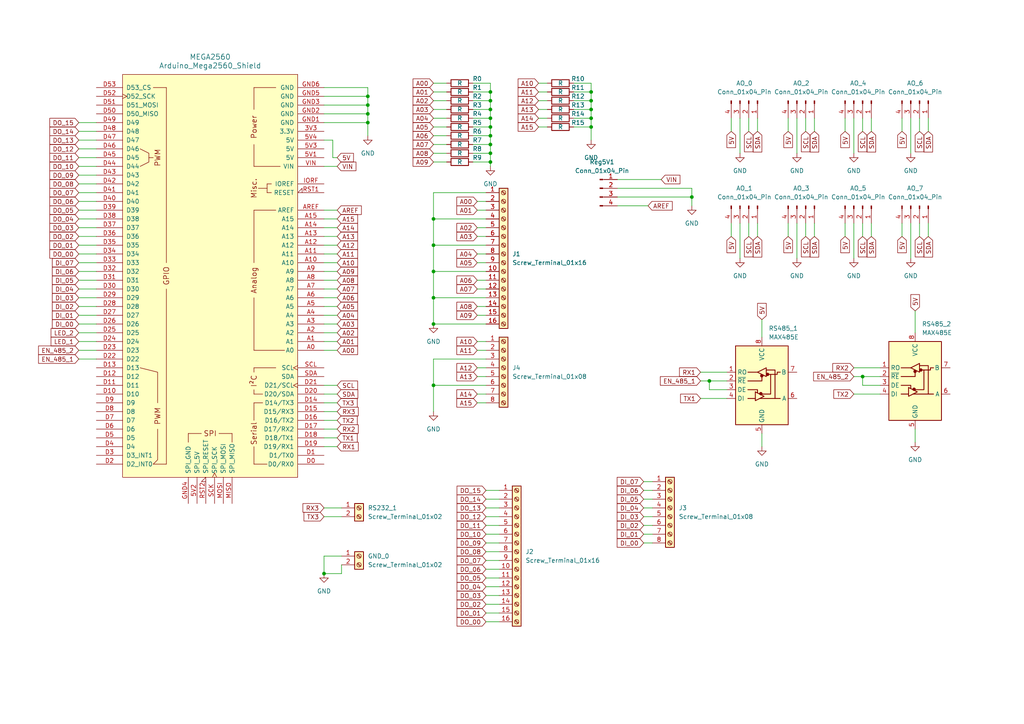
<source format=kicad_sch>
(kicad_sch (version 20230121) (generator eeschema)
  (paper "A4")
  (lib_symbols
    (symbol "Connector:Conn_01x04_Pin" (pin_names (offset 1.016) hide)
      (property "Reference" "J" (at 0 5.08 0))
      (property "Value" "Conn_01x04_Pin" (at 0 -7.62 0))
      (symbol "Conn_01x04_Pin_1_1"
        (pin passive line (at 5.08 2.54 180) (length 3.81) (name "Pin_1") (number "1"))
        (pin passive line (at 5.08 0 180) (length 3.81) (name "Pin_2") (number "2"))
        (pin passive line (at 5.08 -2.54 180) (length 3.81) (name "Pin_3") (number "3"))
        (pin passive line (at 5.08 -5.08 180) (length 3.81) (name "Pin_4") (number "4"))
      )
    )
    (symbol "Connector:Screw_Terminal_01x02" (pin_names (offset 1.016) hide)
      (property "Reference" "J" (at 0 2.54 0))
      (property "Value" "Screw_Terminal_01x02" (at 0 -5.08 0))
      (symbol "Screw_Terminal_01x02_1_1"
        (pin passive line (at -5.08 0 0) (length 3.81) (name "Pin_1") (number "1"))
        (pin passive line (at -5.08 -2.54 0) (length 3.81) (name "Pin_2") (number "2"))
      )
    )
    (symbol "Connector:Screw_Terminal_01x08" (pin_names (offset 1.016) hide)
      (property "Reference" "J" (at 0 10.16 0))
      (property "Value" "Screw_Terminal_01x08" (at 0 -12.7 0))
      (symbol "Screw_Terminal_01x08_1_1"
        (pin passive line (at -5.08 7.62 0) (length 3.81) (name "Pin_1") (number "1"))
        (pin passive line (at -5.08 5.08 0) (length 3.81) (name "Pin_2") (number "2"))
        (pin passive line (at -5.08 2.54 0) (length 3.81) (name "Pin_3") (number "3"))
        (pin passive line (at -5.08 0 0) (length 3.81) (name "Pin_4") (number "4"))
        (pin passive line (at -5.08 -2.54 0) (length 3.81) (name "Pin_5") (number "5"))
        (pin passive line (at -5.08 -5.08 0) (length 3.81) (name "Pin_6") (number "6"))
        (pin passive line (at -5.08 -7.62 0) (length 3.81) (name "Pin_7") (number "7"))
        (pin passive line (at -5.08 -10.16 0) (length 3.81) (name "Pin_8") (number "8"))
      )
    )
    (symbol "Connector:Screw_Terminal_01x16" (pin_names (offset 1.016) hide)
      (property "Reference" "J" (at 0 20.32 0))
      (property "Value" "Screw_Terminal_01x16" (at 0 -22.86 0))
      (symbol "Screw_Terminal_01x16_1_1"
        (pin passive line (at -5.08 17.78 0) (length 3.81) (name "Pin_1") (number "1"))
        (pin passive line (at -5.08 -5.08 0) (length 3.81) (name "Pin_10") (number "10"))
        (pin passive line (at -5.08 -7.62 0) (length 3.81) (name "Pin_11") (number "11"))
        (pin passive line (at -5.08 -10.16 0) (length 3.81) (name "Pin_12") (number "12"))
        (pin passive line (at -5.08 -12.7 0) (length 3.81) (name "Pin_13") (number "13"))
        (pin passive line (at -5.08 -15.24 0) (length 3.81) (name "Pin_14") (number "14"))
        (pin passive line (at -5.08 -17.78 0) (length 3.81) (name "Pin_15") (number "15"))
        (pin passive line (at -5.08 -20.32 0) (length 3.81) (name "Pin_16") (number "16"))
        (pin passive line (at -5.08 15.24 0) (length 3.81) (name "Pin_2") (number "2"))
        (pin passive line (at -5.08 12.7 0) (length 3.81) (name "Pin_3") (number "3"))
        (pin passive line (at -5.08 10.16 0) (length 3.81) (name "Pin_4") (number "4"))
        (pin passive line (at -5.08 7.62 0) (length 3.81) (name "Pin_5") (number "5"))
        (pin passive line (at -5.08 5.08 0) (length 3.81) (name "Pin_6") (number "6"))
        (pin passive line (at -5.08 2.54 0) (length 3.81) (name "Pin_7") (number "7"))
        (pin passive line (at -5.08 0 0) (length 3.81) (name "Pin_8") (number "8"))
        (pin passive line (at -5.08 -2.54 0) (length 3.81) (name "Pin_9") (number "9"))
      )
    )
    (symbol "Device:R" (pin_numbers hide) (pin_names (offset 0))
      (property "Reference" "R" (at 2.032 0 90))
      (property "Value" "R" (at 0 0 90))
      (symbol "R_1_1"
        (pin passive line (at 0 3.81 270) (length 1.27) (name "~") (number "1"))
        (pin passive line (at 0 -3.81 90) (length 1.27) (name "~") (number "2"))
      )
    )
    (symbol "Interface_UART:MAX485E"
      (property "Reference" "U" (at -6.096 11.43 0))
      (property "Value" "MAX485E" (at 0.762 11.43 0))
      (symbol "MAX485E_1_1"
        (pin output line (at -10.16 2.54 0) (length 2.54) (name "RO") (number "1"))
        (pin input line (at -10.16 0 0) (length 2.54) (name "~{RE}") (number "2"))
        (pin input line (at -10.16 -2.54 0) (length 2.54) (name "DE") (number "3"))
        (pin input line (at -10.16 -5.08 0) (length 2.54) (name "DI") (number "4"))
        (pin power_in line (at 0 -15.24 90) (length 2.54) (name "GND") (number "5"))
        (pin bidirectional line (at 10.16 -5.08 180) (length 2.54) (name "A") (number "6"))
        (pin bidirectional line (at 10.16 2.54 180) (length 2.54) (name "B") (number "7"))
        (pin power_in line (at 0 12.7 270) (length 2.54) (name "VCC") (number "8"))
      )
    )
    (symbol "PCM_arduino-library:Arduino_Mega2560_Shield" (pin_names (offset 1.016))
      (property "Reference" "XA" (at 0 -62.23 0))
      (property "Value" "Arduino_Mega2560_Shield" (at 0 -66.04 0))
      (symbol "Arduino_Mega2560_Shield_0_0"
        (text "Analog" (at -12.7 1.27 900) (effects (font (size 1.524 1.524))))
        (text "I²C" (at -12.7 30.48 900) (effects (font (size 1.524 1.524))))
        (text "Misc." (at -12.7 -25.4 900) (effects (font (size 1.524 1.524))))
        (text "Power" (at -12.7 -43.18 900) (effects (font (size 1.524 1.524))))
        (text "PWM" (at 15.24 -34.29 900) (effects (font (size 1.524 1.524))))
        (text "PWM" (at 15.24 40.64 900) (effects (font (size 1.524 1.524))))
        (text "Serial" (at -12.7 45.72 900) (effects (font (size 1.524 1.524))))
        (text "SPI" (at 0 45.72 0) (effects (font (size 1.524 1.524))))
      )
      (symbol "Arduino_Mega2560_Shield_1_0"
        (text "GPIO" (at 12.7 0 900) (effects (font (size 1.524 1.524))))
      )
      (symbol "Arduino_Mega2560_Shield_1_1"
        (pin power_out line (at -33.02 -41.91 0) (length 7.62) (name "3.3V") (number "3V3"))
        (pin power_in line (at -33.02 -34.29 0) (length 7.62) (name "5V") (number "5V1"))
        (pin power_in line (at 3.81 66.04 270) (length 7.62) (name "SPI_5V") (number "5V2"))
        (pin power_in line (at -33.02 -36.83 0) (length 7.62) (name "5V") (number "5V3"))
        (pin power_in line (at -33.02 -39.37 0) (length 7.62) (name "5V") (number "5V4"))
        (pin bidirectional line (at -33.02 21.59 0) (length 7.62) (name "A0") (number "A0"))
        (pin bidirectional line (at -33.02 19.05 0) (length 7.62) (name "A1") (number "A1"))
        (pin bidirectional line (at -33.02 -3.81 0) (length 7.62) (name "A10") (number "A10"))
        (pin bidirectional line (at -33.02 -6.35 0) (length 7.62) (name "A11") (number "A11"))
        (pin bidirectional line (at -33.02 -8.89 0) (length 7.62) (name "A12") (number "A12"))
        (pin bidirectional line (at -33.02 -11.43 0) (length 7.62) (name "A13") (number "A13"))
        (pin bidirectional line (at -33.02 -13.97 0) (length 7.62) (name "A14") (number "A14"))
        (pin bidirectional line (at -33.02 -16.51 0) (length 7.62) (name "A15") (number "A15"))
        (pin bidirectional line (at -33.02 16.51 0) (length 7.62) (name "A2") (number "A2"))
        (pin bidirectional line (at -33.02 13.97 0) (length 7.62) (name "A3") (number "A3"))
        (pin bidirectional line (at -33.02 11.43 0) (length 7.62) (name "A4") (number "A4"))
        (pin bidirectional line (at -33.02 8.89 0) (length 7.62) (name "A5") (number "A5"))
        (pin bidirectional line (at -33.02 6.35 0) (length 7.62) (name "A6") (number "A6"))
        (pin bidirectional line (at -33.02 3.81 0) (length 7.62) (name "A7") (number "A7"))
        (pin bidirectional line (at -33.02 1.27 0) (length 7.62) (name "A8") (number "A8"))
        (pin bidirectional line (at -33.02 -1.27 0) (length 7.62) (name "A9") (number "A9"))
        (pin input line (at -33.02 -19.05 0) (length 7.62) (name "AREF") (number "AREF"))
        (pin bidirectional line (at -33.02 54.61 0) (length 7.62) (name "D0/RX0") (number "D0"))
        (pin bidirectional line (at -33.02 52.07 0) (length 7.62) (name "D1/TX0") (number "D1"))
        (pin bidirectional line (at 33.02 34.29 180) (length 7.62) (name "D10") (number "D10"))
        (pin bidirectional line (at 33.02 31.75 180) (length 7.62) (name "D11") (number "D11"))
        (pin bidirectional line (at 33.02 29.21 180) (length 7.62) (name "D12") (number "D12"))
        (pin bidirectional line (at 33.02 26.67 180) (length 7.62) (name "D13") (number "D13"))
        (pin bidirectional line (at -33.02 36.83 0) (length 7.62) (name "D14/TX3") (number "D14"))
        (pin bidirectional line (at -33.02 39.37 0) (length 7.62) (name "D15/RX3") (number "D15"))
        (pin bidirectional line (at -33.02 41.91 0) (length 7.62) (name "D16/TX2") (number "D16"))
        (pin bidirectional line (at -33.02 44.45 0) (length 7.62) (name "D17/RX2") (number "D17"))
        (pin bidirectional line (at -33.02 46.99 0) (length 7.62) (name "D18/TX1") (number "D18"))
        (pin bidirectional line (at -33.02 49.53 0) (length 7.62) (name "D19/RX1") (number "D19"))
        (pin bidirectional line (at 33.02 54.61 180) (length 7.62) (name "D2_INT0") (number "D2"))
        (pin bidirectional line (at -33.02 34.29 0) (length 7.62) (name "D20/SDA") (number "D20"))
        (pin bidirectional clock (at -33.02 31.75 0) (length 7.62) (name "D21/SCL") (number "D21"))
        (pin bidirectional line (at 33.02 24.13 180) (length 7.62) (name "D22") (number "D22"))
        (pin bidirectional line (at 33.02 21.59 180) (length 7.62) (name "D23") (number "D23"))
        (pin bidirectional line (at 33.02 19.05 180) (length 7.62) (name "D24") (number "D24"))
        (pin bidirectional line (at 33.02 16.51 180) (length 7.62) (name "D25") (number "D25"))
        (pin bidirectional line (at 33.02 13.97 180) (length 7.62) (name "D26") (number "D26"))
        (pin bidirectional line (at 33.02 11.43 180) (length 7.62) (name "D27") (number "D27"))
        (pin bidirectional line (at 33.02 8.89 180) (length 7.62) (name "D28") (number "D28"))
        (pin bidirectional line (at 33.02 6.35 180) (length 7.62) (name "D29") (number "D29"))
        (pin bidirectional line (at 33.02 52.07 180) (length 7.62) (name "D3_INT1") (number "D3"))
        (pin bidirectional line (at 33.02 3.81 180) (length 7.62) (name "D30") (number "D30"))
        (pin bidirectional line (at 33.02 1.27 180) (length 7.62) (name "D31") (number "D31"))
        (pin bidirectional line (at 33.02 -1.27 180) (length 7.62) (name "D32") (number "D32"))
        (pin bidirectional line (at 33.02 -3.81 180) (length 7.62) (name "D33") (number "D33"))
        (pin bidirectional line (at 33.02 -6.35 180) (length 7.62) (name "D34") (number "D34"))
        (pin bidirectional line (at 33.02 -8.89 180) (length 7.62) (name "D35") (number "D35"))
        (pin bidirectional line (at 33.02 -11.43 180) (length 7.62) (name "D36") (number "D36"))
        (pin bidirectional line (at 33.02 -13.97 180) (length 7.62) (name "D37") (number "D37"))
        (pin bidirectional line (at 33.02 -16.51 180) (length 7.62) (name "D38") (number "D38"))
        (pin bidirectional line (at 33.02 -19.05 180) (length 7.62) (name "D39") (number "D39"))
        (pin bidirectional line (at 33.02 49.53 180) (length 7.62) (name "D4") (number "D4"))
        (pin bidirectional line (at 33.02 -21.59 180) (length 7.62) (name "D40") (number "D40"))
        (pin bidirectional line (at 33.02 -24.13 180) (length 7.62) (name "D41") (number "D41"))
        (pin bidirectional line (at 33.02 -26.67 180) (length 7.62) (name "D42") (number "D42"))
        (pin bidirectional line (at 33.02 -29.21 180) (length 7.62) (name "D43") (number "D43"))
        (pin bidirectional line (at 33.02 -31.75 180) (length 7.62) (name "D44") (number "D44"))
        (pin bidirectional line (at 33.02 -34.29 180) (length 7.62) (name "D45") (number "D45"))
        (pin bidirectional line (at 33.02 -36.83 180) (length 7.62) (name "D46") (number "D46"))
        (pin bidirectional line (at 33.02 -39.37 180) (length 7.62) (name "D47") (number "D47"))
        (pin bidirectional line (at 33.02 -41.91 180) (length 7.62) (name "D48") (number "D48"))
        (pin bidirectional line (at 33.02 -44.45 180) (length 7.62) (name "D49") (number "D49"))
        (pin bidirectional line (at 33.02 46.99 180) (length 7.62) (name "D5") (number "D5"))
        (pin bidirectional line (at 33.02 -46.99 180) (length 7.62) (name "D50_MISO") (number "D50"))
        (pin bidirectional line (at 33.02 -49.53 180) (length 7.62) (name "D51_MOSI") (number "D51"))
        (pin bidirectional clock (at 33.02 -52.07 180) (length 7.62) (name "D52_SCK") (number "D52"))
        (pin bidirectional line (at 33.02 -54.61 180) (length 7.62) (name "D53_CS") (number "D53"))
        (pin bidirectional line (at 33.02 44.45 180) (length 7.62) (name "D6") (number "D6"))
        (pin bidirectional line (at 33.02 41.91 180) (length 7.62) (name "D7") (number "D7"))
        (pin bidirectional line (at 33.02 39.37 180) (length 7.62) (name "D8") (number "D8"))
        (pin bidirectional line (at 33.02 36.83 180) (length 7.62) (name "D9") (number "D9"))
        (pin power_in line (at -33.02 -44.45 0) (length 7.62) (name "GND") (number "GND1"))
        (pin power_in line (at -33.02 -46.99 0) (length 7.62) (name "GND") (number "GND2"))
        (pin power_in line (at -33.02 -49.53 0) (length 7.62) (name "GND") (number "GND3"))
        (pin power_in line (at 6.35 66.04 270) (length 7.62) (name "SPI_GND") (number "GND4"))
        (pin power_in line (at -33.02 -52.07 0) (length 7.62) (name "GND") (number "GND5"))
        (pin power_in line (at -33.02 -54.61 0) (length 7.62) (name "GND") (number "GND6"))
        (pin output line (at -33.02 -26.67 0) (length 7.62) (name "IOREF") (number "IORF"))
        (pin input line (at -6.35 66.04 270) (length 7.62) (name "SPI_MISO") (number "MISO"))
        (pin output line (at -3.81 66.04 270) (length 7.62) (name "SPI_MOSI") (number "MOSI"))
        (pin open_collector input_low (at -33.02 -24.13 0) (length 7.62) (name "RESET") (number "RST1"))
        (pin open_collector input_low (at 1.27 66.04 270) (length 7.62) (name "SPI_RESET") (number "RST2"))
        (pin output clock (at -1.27 66.04 270) (length 7.62) (name "SPI_SCK") (number "SCK"))
        (pin bidirectional clock (at -33.02 26.67 0) (length 7.62) (name "SCL") (number "SCL"))
        (pin bidirectional line (at -33.02 29.21 0) (length 7.62) (name "SDA") (number "SDA"))
        (pin power_in line (at -33.02 -31.75 0) (length 7.62) (name "VIN") (number "VIN"))
      )
    )
    (symbol "power:GND" (power) (pin_names (offset 0))
      (property "Value" "GND" (at 0 -3.81 0))
      (symbol "GND_1_1"
        (pin power_in line (at 0 0 270) (length 0) hide (name "GND") (number "1"))
      )
    )
  )
  (junction (at 106.68 27.94))
  (junction (at 171.45 34.29))
  (junction (at 106.68 35.56))
  (junction (at 142.24 46.99))
  (junction (at 125.73 111.76))
  (junction (at 250.19 109.22))
  (junction (at 106.68 33.02))
  (junction (at 171.45 26.67))
  (junction (at 125.73 86.36))
  (junction (at 142.24 39.37))
  (junction (at 125.73 71.12))
  (junction (at 142.24 44.45))
  (junction (at 171.45 31.75))
  (junction (at 125.73 63.5))
  (junction (at 125.73 78.74))
  (junction (at 125.73 93.98))
  (junction (at 142.24 26.67))
  (junction (at 106.68 30.48))
  (junction (at 93.98 166.37))
  (junction (at 142.24 29.21))
  (junction (at 200.66 57.15))
  (junction (at 142.24 34.29))
  (junction (at 205.74 110.49))
  (junction (at 171.45 36.83))
  (junction (at 142.24 36.83))
  (junction (at 142.24 31.75))
  (junction (at 171.45 29.21))
  (junction (at 142.24 41.91))
  (wire (pts (xy 93.98 33.02) (xy 106.68 33.02)))
  (wire (pts (xy 186.69 142.24) (xy 189.23 142.24)))
  (wire (pts (xy 140.97 165.1) (xy 144.78 165.1)))
  (wire (pts (xy 93.98 161.29) (xy 93.98 166.37)))
  (wire (pts (xy 93.98 83.82) (xy 97.79 83.82)))
  (wire (pts (xy 137.16 31.75) (xy 142.24 31.75)))
  (wire (pts (xy 22.86 91.44) (xy 27.94 91.44)))
  (wire (pts (xy 220.98 92.71) (xy 220.98 97.79)))
  (wire (pts (xy 93.98 147.32) (xy 99.06 147.32)))
  (wire (pts (xy 138.43 68.58) (xy 140.97 68.58)))
  (wire (pts (xy 125.73 29.21) (xy 129.54 29.21)))
  (wire (pts (xy 22.86 104.14) (xy 27.94 104.14)))
  (wire (pts (xy 171.45 24.13) (xy 171.45 26.67)))
  (wire (pts (xy 22.86 60.96) (xy 27.94 60.96)))
  (wire (pts (xy 186.69 144.78) (xy 189.23 144.78)))
  (wire (pts (xy 166.37 26.67) (xy 171.45 26.67)))
  (wire (pts (xy 247.65 106.68) (xy 255.27 106.68)))
  (wire (pts (xy 210.82 113.03) (xy 205.74 113.03)))
  (wire (pts (xy 219.71 34.29) (xy 219.71 38.1)))
  (wire (pts (xy 250.19 34.29) (xy 250.19 38.1)))
  (wire (pts (xy 203.2 110.49) (xy 205.74 110.49)))
  (wire (pts (xy 138.43 58.42) (xy 140.97 58.42)))
  (wire (pts (xy 93.98 129.54) (xy 97.79 129.54)))
  (wire (pts (xy 137.16 46.99) (xy 142.24 46.99)))
  (wire (pts (xy 93.98 68.58) (xy 97.79 68.58)))
  (wire (pts (xy 93.98 166.37) (xy 99.06 166.37)))
  (wire (pts (xy 203.2 115.57) (xy 210.82 115.57)))
  (wire (pts (xy 137.16 34.29) (xy 142.24 34.29)))
  (wire (pts (xy 106.68 33.02) (xy 106.68 35.56)))
  (wire (pts (xy 214.63 64.77) (xy 214.63 74.93)))
  (wire (pts (xy 137.16 24.13) (xy 142.24 24.13)))
  (wire (pts (xy 228.6 34.29) (xy 228.6 38.1)))
  (wire (pts (xy 137.16 36.83) (xy 142.24 36.83)))
  (wire (pts (xy 255.27 111.76) (xy 250.19 111.76)))
  (wire (pts (xy 261.62 64.77) (xy 261.62 68.58)))
  (wire (pts (xy 140.97 111.76) (xy 125.73 111.76)))
  (wire (pts (xy 138.43 66.04) (xy 140.97 66.04)))
  (wire (pts (xy 93.98 81.28) (xy 97.79 81.28)))
  (wire (pts (xy 228.6 64.77) (xy 228.6 68.58)))
  (wire (pts (xy 22.86 86.36) (xy 27.94 86.36)))
  (wire (pts (xy 106.68 25.4) (xy 106.68 27.94)))
  (wire (pts (xy 96.52 45.72) (xy 97.79 45.72)))
  (wire (pts (xy 22.86 35.56) (xy 27.94 35.56)))
  (wire (pts (xy 125.73 55.88) (xy 125.73 63.5)))
  (wire (pts (xy 171.45 29.21) (xy 171.45 31.75)))
  (wire (pts (xy 171.45 36.83) (xy 171.45 40.64)))
  (wire (pts (xy 140.97 63.5) (xy 125.73 63.5)))
  (wire (pts (xy 93.98 116.84) (xy 97.79 116.84)))
  (wire (pts (xy 140.97 175.26) (xy 144.78 175.26)))
  (wire (pts (xy 265.43 124.46) (xy 265.43 128.27)))
  (wire (pts (xy 191.77 52.07) (xy 179.07 52.07)))
  (wire (pts (xy 245.11 64.77) (xy 245.11 68.58)))
  (wire (pts (xy 93.98 127) (xy 97.79 127)))
  (wire (pts (xy 140.97 170.18) (xy 144.78 170.18)))
  (wire (pts (xy 156.21 24.13) (xy 158.75 24.13)))
  (wire (pts (xy 156.21 29.21) (xy 158.75 29.21)))
  (wire (pts (xy 22.86 38.1) (xy 27.94 38.1)))
  (wire (pts (xy 166.37 24.13) (xy 171.45 24.13)))
  (wire (pts (xy 93.98 78.74) (xy 97.79 78.74)))
  (wire (pts (xy 99.06 161.29) (xy 93.98 161.29)))
  (wire (pts (xy 125.73 39.37) (xy 129.54 39.37)))
  (wire (pts (xy 106.68 27.94) (xy 106.68 30.48)))
  (wire (pts (xy 156.21 31.75) (xy 158.75 31.75)))
  (wire (pts (xy 142.24 26.67) (xy 142.24 29.21)))
  (wire (pts (xy 137.16 26.67) (xy 142.24 26.67)))
  (wire (pts (xy 22.86 78.74) (xy 27.94 78.74)))
  (wire (pts (xy 93.98 63.5) (xy 97.79 63.5)))
  (wire (pts (xy 125.73 71.12) (xy 125.73 78.74)))
  (wire (pts (xy 179.07 59.69) (xy 187.96 59.69)))
  (wire (pts (xy 250.19 64.77) (xy 250.19 68.58)))
  (wire (pts (xy 138.43 60.96) (xy 140.97 60.96)))
  (wire (pts (xy 217.17 34.29) (xy 217.17 38.1)))
  (wire (pts (xy 140.97 154.94) (xy 144.78 154.94)))
  (wire (pts (xy 140.97 172.72) (xy 144.78 172.72)))
  (wire (pts (xy 171.45 34.29) (xy 171.45 36.83)))
  (wire (pts (xy 255.27 109.22) (xy 250.19 109.22)))
  (wire (pts (xy 137.16 29.21) (xy 142.24 29.21)))
  (wire (pts (xy 261.62 34.29) (xy 261.62 38.1)))
  (wire (pts (xy 22.86 55.88) (xy 27.94 55.88)))
  (wire (pts (xy 266.7 34.29) (xy 266.7 38.1)))
  (wire (pts (xy 125.73 111.76) (xy 125.73 119.38)))
  (wire (pts (xy 217.17 64.77) (xy 217.17 68.58)))
  (wire (pts (xy 22.86 88.9) (xy 27.94 88.9)))
  (wire (pts (xy 212.09 64.77) (xy 212.09 68.58)))
  (wire (pts (xy 93.98 101.6) (xy 97.79 101.6)))
  (wire (pts (xy 22.86 48.26) (xy 27.94 48.26)))
  (wire (pts (xy 93.98 86.36) (xy 97.79 86.36)))
  (wire (pts (xy 125.73 78.74) (xy 125.73 86.36)))
  (wire (pts (xy 93.98 27.94) (xy 106.68 27.94)))
  (wire (pts (xy 138.43 99.06) (xy 140.97 99.06)))
  (wire (pts (xy 166.37 29.21) (xy 171.45 29.21)))
  (wire (pts (xy 138.43 76.2) (xy 140.97 76.2)))
  (wire (pts (xy 22.86 73.66) (xy 27.94 73.66)))
  (wire (pts (xy 125.73 63.5) (xy 125.73 71.12)))
  (wire (pts (xy 220.98 125.73) (xy 220.98 129.54)))
  (wire (pts (xy 264.16 34.29) (xy 264.16 44.45)))
  (wire (pts (xy 233.68 64.77) (xy 233.68 68.58)))
  (wire (pts (xy 171.45 26.67) (xy 171.45 29.21)))
  (wire (pts (xy 125.73 104.14) (xy 125.73 111.76)))
  (wire (pts (xy 125.73 46.99) (xy 129.54 46.99)))
  (wire (pts (xy 93.98 96.52) (xy 97.79 96.52)))
  (wire (pts (xy 142.24 46.99) (xy 142.24 48.26)))
  (wire (pts (xy 142.24 34.29) (xy 142.24 36.83)))
  (wire (pts (xy 125.73 36.83) (xy 129.54 36.83)))
  (wire (pts (xy 140.97 167.64) (xy 144.78 167.64)))
  (wire (pts (xy 250.19 111.76) (xy 250.19 109.22)))
  (wire (pts (xy 22.86 71.12) (xy 27.94 71.12)))
  (wire (pts (xy 140.97 149.86) (xy 144.78 149.86)))
  (wire (pts (xy 138.43 73.66) (xy 140.97 73.66)))
  (wire (pts (xy 93.98 91.44) (xy 97.79 91.44)))
  (wire (pts (xy 142.24 41.91) (xy 142.24 44.45)))
  (wire (pts (xy 22.86 68.58) (xy 27.94 68.58)))
  (wire (pts (xy 166.37 31.75) (xy 171.45 31.75)))
  (wire (pts (xy 22.86 40.64) (xy 27.94 40.64)))
  (wire (pts (xy 265.43 90.17) (xy 265.43 96.52)))
  (wire (pts (xy 22.86 43.18) (xy 27.94 43.18)))
  (wire (pts (xy 125.73 26.67) (xy 129.54 26.67)))
  (wire (pts (xy 125.73 86.36) (xy 125.73 93.98)))
  (wire (pts (xy 138.43 88.9) (xy 140.97 88.9)))
  (wire (pts (xy 125.73 41.91) (xy 129.54 41.91)))
  (wire (pts (xy 212.09 34.29) (xy 212.09 38.1)))
  (wire (pts (xy 93.98 149.86) (xy 99.06 149.86)))
  (wire (pts (xy 22.86 76.2) (xy 27.94 76.2)))
  (wire (pts (xy 205.74 113.03) (xy 205.74 110.49)))
  (wire (pts (xy 140.97 147.32) (xy 144.78 147.32)))
  (wire (pts (xy 137.16 41.91) (xy 142.24 41.91)))
  (wire (pts (xy 142.24 31.75) (xy 142.24 34.29)))
  (wire (pts (xy 140.97 157.48) (xy 144.78 157.48)))
  (wire (pts (xy 247.65 34.29) (xy 247.65 44.45)))
  (wire (pts (xy 138.43 114.3) (xy 140.97 114.3)))
  (wire (pts (xy 142.24 29.21) (xy 142.24 31.75)))
  (wire (pts (xy 138.43 106.68) (xy 140.97 106.68)))
  (wire (pts (xy 236.22 64.77) (xy 236.22 68.58)))
  (wire (pts (xy 166.37 36.83) (xy 171.45 36.83)))
  (wire (pts (xy 186.69 157.48) (xy 189.23 157.48)))
  (wire (pts (xy 22.86 101.6) (xy 27.94 101.6)))
  (wire (pts (xy 179.07 54.61) (xy 200.66 54.61)))
  (wire (pts (xy 186.69 149.86) (xy 189.23 149.86)))
  (wire (pts (xy 264.16 64.77) (xy 264.16 74.93)))
  (wire (pts (xy 93.98 76.2) (xy 97.79 76.2)))
  (wire (pts (xy 247.65 64.77) (xy 247.65 74.93)))
  (wire (pts (xy 140.97 144.78) (xy 144.78 144.78)))
  (wire (pts (xy 137.16 44.45) (xy 142.24 44.45)))
  (wire (pts (xy 125.73 31.75) (xy 129.54 31.75)))
  (wire (pts (xy 179.07 57.15) (xy 200.66 57.15)))
  (wire (pts (xy 142.24 44.45) (xy 142.24 46.99)))
  (wire (pts (xy 203.2 107.95) (xy 210.82 107.95)))
  (wire (pts (xy 140.97 152.4) (xy 144.78 152.4)))
  (wire (pts (xy 106.68 35.56) (xy 106.68 39.37)))
  (wire (pts (xy 93.98 119.38) (xy 97.79 119.38)))
  (wire (pts (xy 22.86 81.28) (xy 27.94 81.28)))
  (wire (pts (xy 252.73 34.29) (xy 252.73 38.1)))
  (wire (pts (xy 166.37 34.29) (xy 171.45 34.29)))
  (wire (pts (xy 93.98 30.48) (xy 106.68 30.48)))
  (wire (pts (xy 106.68 30.48) (xy 106.68 33.02)))
  (wire (pts (xy 138.43 91.44) (xy 140.97 91.44)))
  (wire (pts (xy 93.98 35.56) (xy 106.68 35.56)))
  (wire (pts (xy 269.24 64.77) (xy 269.24 68.58)))
  (wire (pts (xy 236.22 34.29) (xy 236.22 38.1)))
  (wire (pts (xy 247.65 109.22) (xy 250.19 109.22)))
  (wire (pts (xy 142.24 24.13) (xy 142.24 26.67)))
  (wire (pts (xy 138.43 116.84) (xy 140.97 116.84)))
  (wire (pts (xy 252.73 64.77) (xy 252.73 68.58)))
  (wire (pts (xy 156.21 26.67) (xy 158.75 26.67)))
  (wire (pts (xy 93.98 40.64) (xy 96.52 40.64)))
  (wire (pts (xy 231.14 64.77) (xy 231.14 74.93)))
  (wire (pts (xy 93.98 25.4) (xy 106.68 25.4)))
  (wire (pts (xy 137.16 39.37) (xy 142.24 39.37)))
  (wire (pts (xy 22.86 93.98) (xy 27.94 93.98)))
  (wire (pts (xy 93.98 66.04) (xy 97.79 66.04)))
  (wire (pts (xy 93.98 99.06) (xy 97.79 99.06)))
  (wire (pts (xy 138.43 83.82) (xy 140.97 83.82)))
  (wire (pts (xy 93.98 121.92) (xy 97.79 121.92)))
  (wire (pts (xy 138.43 81.28) (xy 140.97 81.28)))
  (wire (pts (xy 214.63 34.29) (xy 214.63 44.45)))
  (wire (pts (xy 93.98 124.46) (xy 97.79 124.46)))
  (wire (pts (xy 142.24 36.83) (xy 142.24 39.37)))
  (wire (pts (xy 140.97 86.36) (xy 125.73 86.36)))
  (wire (pts (xy 186.69 152.4) (xy 189.23 152.4)))
  (wire (pts (xy 93.98 88.9) (xy 97.79 88.9)))
  (wire (pts (xy 93.98 93.98) (xy 97.79 93.98)))
  (wire (pts (xy 140.97 142.24) (xy 144.78 142.24)))
  (wire (pts (xy 200.66 57.15) (xy 200.66 59.69)))
  (wire (pts (xy 171.45 31.75) (xy 171.45 34.29)))
  (wire (pts (xy 140.97 71.12) (xy 125.73 71.12)))
  (wire (pts (xy 93.98 111.76) (xy 97.79 111.76)))
  (wire (pts (xy 140.97 55.88) (xy 125.73 55.88)))
  (wire (pts (xy 22.86 66.04) (xy 27.94 66.04)))
  (wire (pts (xy 125.73 44.45) (xy 129.54 44.45)))
  (wire (pts (xy 140.97 160.02) (xy 144.78 160.02)))
  (wire (pts (xy 247.65 114.3) (xy 255.27 114.3)))
  (wire (pts (xy 93.98 48.26) (xy 97.79 48.26)))
  (wire (pts (xy 156.21 36.83) (xy 158.75 36.83)))
  (wire (pts (xy 142.24 39.37) (xy 142.24 41.91)))
  (wire (pts (xy 125.73 34.29) (xy 129.54 34.29)))
  (wire (pts (xy 22.86 50.8) (xy 27.94 50.8)))
  (wire (pts (xy 140.97 177.8) (xy 144.78 177.8)))
  (wire (pts (xy 233.68 34.29) (xy 233.68 38.1)))
  (wire (pts (xy 93.98 60.96) (xy 97.79 60.96)))
  (wire (pts (xy 125.73 93.98) (xy 140.97 93.98)))
  (wire (pts (xy 22.86 58.42) (xy 27.94 58.42)))
  (wire (pts (xy 186.69 147.32) (xy 189.23 147.32)))
  (wire (pts (xy 22.86 53.34) (xy 27.94 53.34)))
  (wire (pts (xy 22.86 45.72) (xy 27.94 45.72)))
  (wire (pts (xy 231.14 34.29) (xy 231.14 44.45)))
  (wire (pts (xy 93.98 114.3) (xy 97.79 114.3)))
  (wire (pts (xy 22.86 99.06) (xy 27.94 99.06)))
  (wire (pts (xy 22.86 63.5) (xy 27.94 63.5)))
  (wire (pts (xy 269.24 34.29) (xy 269.24 38.1)))
  (wire (pts (xy 125.73 24.13) (xy 129.54 24.13)))
  (wire (pts (xy 93.98 71.12) (xy 97.79 71.12)))
  (wire (pts (xy 99.06 166.37) (xy 99.06 163.83)))
  (wire (pts (xy 156.21 34.29) (xy 158.75 34.29)))
  (wire (pts (xy 186.69 139.7) (xy 189.23 139.7)))
  (wire (pts (xy 138.43 101.6) (xy 140.97 101.6)))
  (wire (pts (xy 140.97 104.14) (xy 125.73 104.14)))
  (wire (pts (xy 205.74 110.49) (xy 210.82 110.49)))
  (wire (pts (xy 22.86 96.52) (xy 27.94 96.52)))
  (wire (pts (xy 96.52 40.64) (xy 96.52 45.72)))
  (wire (pts (xy 245.11 34.29) (xy 245.11 38.1)))
  (wire (pts (xy 266.7 64.77) (xy 266.7 68.58)))
  (wire (pts (xy 140.97 162.56) (xy 144.78 162.56)))
  (wire (pts (xy 219.71 64.77) (xy 219.71 68.58)))
  (wire (pts (xy 140.97 180.34) (xy 144.78 180.34)))
  (wire (pts (xy 200.66 54.61) (xy 200.66 57.15)))
  (wire (pts (xy 22.86 83.82) (xy 27.94 83.82)))
  (wire (pts (xy 140.97 78.74) (xy 125.73 78.74)))
  (wire (pts (xy 138.43 109.22) (xy 140.97 109.22)))
  (wire (pts (xy 186.69 154.94) (xy 189.23 154.94)))
  (wire (pts (xy 93.98 73.66) (xy 97.79 73.66)))
  (global_label "RX1" (shape input) (at 203.2 107.95 180) (property "Intersheetrefs" "${INTERSHEET_REFS}" (effects hide)))
  (global_label "A10" (shape input) (at 97.79 76.2 0) (property "Intersheetrefs" "${INTERSHEET_REFS}" (effects hide)))
  (global_label "DO_10" (shape input) (at 140.97 154.94 180) (property "Intersheetrefs" "${INTERSHEET_REFS}" (effects hide)))
  (global_label "SCL" (shape input) (at 233.68 68.58 270) (property "Intersheetrefs" "${INTERSHEET_REFS}" (effects hide)))
  (global_label "DO_07" (shape input) (at 22.86 55.88 180) (property "Intersheetrefs" "${INTERSHEET_REFS}" (effects hide)))
  (global_label "SDA" (shape input) (at 252.73 38.1 270) (property "Intersheetrefs" "${INTERSHEET_REFS}" (effects hide)))
  (global_label "A11" (shape input) (at 138.43 101.6 180) (property "Intersheetrefs" "${INTERSHEET_REFS}" (effects hide)))
  (global_label "DI_06" (shape input) (at 22.86 78.74 180) (property "Intersheetrefs" "${INTERSHEET_REFS}" (effects hide)))
  (global_label "DO_15" (shape input) (at 140.97 142.24 180) (property "Intersheetrefs" "${INTERSHEET_REFS}" (effects hide)))
  (global_label "VIN" (shape input) (at 191.77 52.07 0) (property "Intersheetrefs" "${INTERSHEET_REFS}" (effects hide)))
  (global_label "DI_04" (shape input) (at 22.86 83.82 180) (property "Intersheetrefs" "${INTERSHEET_REFS}" (effects hide)))
  (global_label "A02" (shape input) (at 97.79 96.52 0) (property "Intersheetrefs" "${INTERSHEET_REFS}" (effects hide)))
  (global_label "A08" (shape input) (at 138.43 88.9 180) (property "Intersheetrefs" "${INTERSHEET_REFS}" (effects hide)))
  (global_label "AREF" (shape input) (at 187.96 59.69 0) (property "Intersheetrefs" "${INTERSHEET_REFS}" (effects hide)))
  (global_label "SCL" (shape input) (at 250.19 68.58 270) (property "Intersheetrefs" "${INTERSHEET_REFS}" (effects hide)))
  (global_label "TX1" (shape input) (at 203.2 115.57 180) (property "Intersheetrefs" "${INTERSHEET_REFS}" (effects hide)))
  (global_label "5V" (shape input) (at 212.09 38.1 270) (property "Intersheetrefs" "${INTERSHEET_REFS}" (effects hide)))
  (global_label "A07" (shape input) (at 138.43 83.82 180) (property "Intersheetrefs" "${INTERSHEET_REFS}" (effects hide)))
  (global_label "A07" (shape input) (at 97.79 83.82 0) (property "Intersheetrefs" "${INTERSHEET_REFS}" (effects hide)))
  (global_label "A13" (shape input) (at 156.21 31.75 180) (property "Intersheetrefs" "${INTERSHEET_REFS}" (effects hide)))
  (global_label "A14" (shape input) (at 138.43 114.3 180) (property "Intersheetrefs" "${INTERSHEET_REFS}" (effects hide)))
  (global_label "TX2" (shape input) (at 97.79 121.92 0) (property "Intersheetrefs" "${INTERSHEET_REFS}" (effects hide)))
  (global_label "DO_08" (shape input) (at 22.86 53.34 180) (property "Intersheetrefs" "${INTERSHEET_REFS}" (effects hide)))
  (global_label "A08" (shape input) (at 97.79 81.28 0) (property "Intersheetrefs" "${INTERSHEET_REFS}" (effects hide)))
  (global_label "DI_01" (shape input) (at 22.86 91.44 180) (property "Intersheetrefs" "${INTERSHEET_REFS}" (effects hide)))
  (global_label "DI_02" (shape input) (at 186.69 152.4 180) (property "Intersheetrefs" "${INTERSHEET_REFS}" (effects hide)))
  (global_label "DO_07" (shape input) (at 140.97 162.56 180) (property "Intersheetrefs" "${INTERSHEET_REFS}" (effects hide)))
  (global_label "DO_08" (shape input) (at 140.97 160.02 180) (property "Intersheetrefs" "${INTERSHEET_REFS}" (effects hide)))
  (global_label "A06" (shape input) (at 125.73 39.37 180) (property "Intersheetrefs" "${INTERSHEET_REFS}" (effects hide)))
  (global_label "DO_14" (shape input) (at 140.97 144.78 180) (property "Intersheetrefs" "${INTERSHEET_REFS}" (effects hide)))
  (global_label "SDA" (shape input) (at 219.71 68.58 270) (property "Intersheetrefs" "${INTERSHEET_REFS}" (effects hide)))
  (global_label "EN_485_2" (shape input) (at 22.86 101.6 180) (property "Intersheetrefs" "${INTERSHEET_REFS}" (effects hide)))
  (global_label "TX1" (shape input) (at 97.79 127 0) (property "Intersheetrefs" "${INTERSHEET_REFS}" (effects hide)))
  (global_label "SDA" (shape input) (at 97.79 114.3 0) (property "Intersheetrefs" "${INTERSHEET_REFS}" (effects hide)))
  (global_label "A00" (shape input) (at 138.43 58.42 180) (property "Intersheetrefs" "${INTERSHEET_REFS}" (effects hide)))
  (global_label "DO_05" (shape input) (at 140.97 167.64 180) (property "Intersheetrefs" "${INTERSHEET_REFS}" (effects hide)))
  (global_label "SCL" (shape input) (at 266.7 68.58 270) (property "Intersheetrefs" "${INTERSHEET_REFS}" (effects hide)))
  (global_label "A13" (shape input) (at 138.43 109.22 180) (property "Intersheetrefs" "${INTERSHEET_REFS}" (effects hide)))
  (global_label "A03" (shape input) (at 138.43 68.58 180) (property "Intersheetrefs" "${INTERSHEET_REFS}" (effects hide)))
  (global_label "A09" (shape input) (at 138.43 91.44 180) (property "Intersheetrefs" "${INTERSHEET_REFS}" (effects hide)))
  (global_label "SCL" (shape input) (at 217.17 68.58 270) (property "Intersheetrefs" "${INTERSHEET_REFS}" (effects hide)))
  (global_label "RX1" (shape input) (at 97.79 129.54 0) (property "Intersheetrefs" "${INTERSHEET_REFS}" (effects hide)))
  (global_label "A15" (shape input) (at 156.21 36.83 180) (property "Intersheetrefs" "${INTERSHEET_REFS}" (effects hide)))
  (global_label "SCL" (shape input) (at 266.7 38.1 270) (property "Intersheetrefs" "${INTERSHEET_REFS}" (effects hide)))
  (global_label "A09" (shape input) (at 97.79 78.74 0) (property "Intersheetrefs" "${INTERSHEET_REFS}" (effects hide)))
  (global_label "DI_05" (shape input) (at 186.69 144.78 180) (property "Intersheetrefs" "${INTERSHEET_REFS}" (effects hide)))
  (global_label "LED_2" (shape input) (at 22.86 96.52 180) (property "Intersheetrefs" "${INTERSHEET_REFS}" (effects hide)))
  (global_label "A05" (shape input) (at 138.43 76.2 180) (property "Intersheetrefs" "${INTERSHEET_REFS}" (effects hide)))
  (global_label "DO_03" (shape input) (at 22.86 66.04 180) (property "Intersheetrefs" "${INTERSHEET_REFS}" (effects hide)))
  (global_label "TX3" (shape input) (at 97.79 116.84 0) (property "Intersheetrefs" "${INTERSHEET_REFS}" (effects hide)))
  (global_label "DO_09" (shape input) (at 22.86 50.8 180) (property "Intersheetrefs" "${INTERSHEET_REFS}" (effects hide)))
  (global_label "DO_10" (shape input) (at 22.86 48.26 180) (property "Intersheetrefs" "${INTERSHEET_REFS}" (effects hide)))
  (global_label "A09" (shape input) (at 125.73 46.99 180) (property "Intersheetrefs" "${INTERSHEET_REFS}" (effects hide)))
  (global_label "SCL" (shape input) (at 97.79 111.76 0) (property "Intersheetrefs" "${INTERSHEET_REFS}" (effects hide)))
  (global_label "A12" (shape input) (at 138.43 106.68 180) (property "Intersheetrefs" "${INTERSHEET_REFS}" (effects hide)))
  (global_label "DI_07" (shape input) (at 22.86 76.2 180) (property "Intersheetrefs" "${INTERSHEET_REFS}" (effects hide)))
  (global_label "DO_01" (shape input) (at 140.97 177.8 180) (property "Intersheetrefs" "${INTERSHEET_REFS}" (effects hide)))
  (global_label "SDA" (shape input) (at 269.24 68.58 270) (property "Intersheetrefs" "${INTERSHEET_REFS}" (effects hide)))
  (global_label "SCL" (shape input) (at 217.17 38.1 270) (property "Intersheetrefs" "${INTERSHEET_REFS}" (effects hide)))
  (global_label "DI_00" (shape input) (at 22.86 93.98 180) (property "Intersheetrefs" "${INTERSHEET_REFS}" (effects hide)))
  (global_label "DO_02" (shape input) (at 22.86 68.58 180) (property "Intersheetrefs" "${INTERSHEET_REFS}" (effects hide)))
  (global_label "A11" (shape input) (at 156.21 26.67 180) (property "Intersheetrefs" "${INTERSHEET_REFS}" (effects hide)))
  (global_label "A04" (shape input) (at 138.43 73.66 180) (property "Intersheetrefs" "${INTERSHEET_REFS}" (effects hide)))
  (global_label "RX2" (shape input) (at 97.79 124.46 0) (property "Intersheetrefs" "${INTERSHEET_REFS}" (effects hide)))
  (global_label "DO_03" (shape input) (at 140.97 172.72 180) (property "Intersheetrefs" "${INTERSHEET_REFS}" (effects hide)))
  (global_label "DI_06" (shape input) (at 186.69 142.24 180) (property "Intersheetrefs" "${INTERSHEET_REFS}" (effects hide)))
  (global_label "DO_15" (shape input) (at 22.86 35.56 180) (property "Intersheetrefs" "${INTERSHEET_REFS}" (effects hide)))
  (global_label "TX3" (shape input) (at 93.98 149.86 180) (property "Intersheetrefs" "${INTERSHEET_REFS}" (effects hide)))
  (global_label "DO_06" (shape input) (at 140.97 165.1 180) (property "Intersheetrefs" "${INTERSHEET_REFS}" (effects hide)))
  (global_label "DO_12" (shape input) (at 22.86 43.18 180) (property "Intersheetrefs" "${INTERSHEET_REFS}" (effects hide)))
  (global_label "5V" (shape input) (at 212.09 68.58 270) (property "Intersheetrefs" "${INTERSHEET_REFS}" (effects hide)))
  (global_label "A10" (shape input) (at 156.21 24.13 180) (property "Intersheetrefs" "${INTERSHEET_REFS}" (effects hide)))
  (global_label "A15" (shape input) (at 97.79 63.5 0) (property "Intersheetrefs" "${INTERSHEET_REFS}" (effects hide)))
  (global_label "A01" (shape input) (at 125.73 26.67 180) (property "Intersheetrefs" "${INTERSHEET_REFS}" (effects hide)))
  (global_label "A04" (shape input) (at 125.73 34.29 180) (property "Intersheetrefs" "${INTERSHEET_REFS}" (effects hide)))
  (global_label "RX3" (shape input) (at 93.98 147.32 180) (property "Intersheetrefs" "${INTERSHEET_REFS}" (effects hide)))
  (global_label "DO_11" (shape input) (at 140.97 152.4 180) (property "Intersheetrefs" "${INTERSHEET_REFS}" (effects hide)))
  (global_label "A12" (shape input) (at 97.79 71.12 0) (property "Intersheetrefs" "${INTERSHEET_REFS}" (effects hide)))
  (global_label "A04" (shape input) (at 97.79 91.44 0) (property "Intersheetrefs" "${INTERSHEET_REFS}" (effects hide)))
  (global_label "A03" (shape input) (at 97.79 93.98 0) (property "Intersheetrefs" "${INTERSHEET_REFS}" (effects hide)))
  (global_label "5V" (shape input) (at 265.43 90.17 90) (property "Intersheetrefs" "${INTERSHEET_REFS}" (effects hide)))
  (global_label "A03" (shape input) (at 125.73 31.75 180) (property "Intersheetrefs" "${INTERSHEET_REFS}" (effects hide)))
  (global_label "A07" (shape input) (at 125.73 41.91 180) (property "Intersheetrefs" "${INTERSHEET_REFS}" (effects hide)))
  (global_label "DO_04" (shape input) (at 22.86 63.5 180) (property "Intersheetrefs" "${INTERSHEET_REFS}" (effects hide)))
  (global_label "DO_09" (shape input) (at 140.97 157.48 180) (property "Intersheetrefs" "${INTERSHEET_REFS}" (effects hide)))
  (global_label "SCL" (shape input) (at 233.68 38.1 270) (property "Intersheetrefs" "${INTERSHEET_REFS}" (effects hide)))
  (global_label "DO_04" (shape input) (at 140.97 170.18 180) (property "Intersheetrefs" "${INTERSHEET_REFS}" (effects hide)))
  (global_label "TX2" (shape input) (at 247.65 114.3 180) (property "Intersheetrefs" "${INTERSHEET_REFS}" (effects hide)))
  (global_label "RX3" (shape input) (at 97.79 119.38 0) (property "Intersheetrefs" "${INTERSHEET_REFS}" (effects hide)))
  (global_label "DI_04" (shape input) (at 186.69 147.32 180) (property "Intersheetrefs" "${INTERSHEET_REFS}" (effects hide)))
  (global_label "DO_11" (shape input) (at 22.86 45.72 180) (property "Intersheetrefs" "${INTERSHEET_REFS}" (effects hide)))
  (global_label "LED_1" (shape input) (at 22.86 99.06 180) (property "Intersheetrefs" "${INTERSHEET_REFS}" (effects hide)))
  (global_label "DO_05" (shape input) (at 22.86 60.96 180) (property "Intersheetrefs" "${INTERSHEET_REFS}" (effects hide)))
  (global_label "DO_01" (shape input) (at 22.86 71.12 180) (property "Intersheetrefs" "${INTERSHEET_REFS}" (effects hide)))
  (global_label "A00" (shape input) (at 97.79 101.6 0) (property "Intersheetrefs" "${INTERSHEET_REFS}" (effects hide)))
  (global_label "SDA" (shape input) (at 252.73 68.58 270) (property "Intersheetrefs" "${INTERSHEET_REFS}" (effects hide)))
  (global_label "5V" (shape input) (at 220.98 92.71 90) (property "Intersheetrefs" "${INTERSHEET_REFS}" (effects hide)))
  (global_label "A06" (shape input) (at 138.43 81.28 180) (property "Intersheetrefs" "${INTERSHEET_REFS}" (effects hide)))
  (global_label "A05" (shape input) (at 125.73 36.83 180) (property "Intersheetrefs" "${INTERSHEET_REFS}" (effects hide)))
  (global_label "EN_485_1" (shape input) (at 22.86 104.14 180) (property "Intersheetrefs" "${INTERSHEET_REFS}" (effects hide)))
  (global_label "5V" (shape input) (at 245.11 68.58 270) (property "Intersheetrefs" "${INTERSHEET_REFS}" (effects hide)))
  (global_label "A10" (shape input) (at 138.43 99.06 180) (property "Intersheetrefs" "${INTERSHEET_REFS}" (effects hide)))
  (global_label "A02" (shape input) (at 125.73 29.21 180) (property "Intersheetrefs" "${INTERSHEET_REFS}" (effects hide)))
  (global_label "AREF" (shape input) (at 97.79 60.96 0) (property "Intersheetrefs" "${INTERSHEET_REFS}" (effects hide)))
  (global_label "DO_02" (shape input) (at 140.97 175.26 180) (property "Intersheetrefs" "${INTERSHEET_REFS}" (effects hide)))
  (global_label "DI_00" (shape input) (at 186.69 157.48 180) (property "Intersheetrefs" "${INTERSHEET_REFS}" (effects hide)))
  (global_label "A06" (shape input) (at 97.79 86.36 0) (property "Intersheetrefs" "${INTERSHEET_REFS}" (effects hide)))
  (global_label "DI_07" (shape input) (at 186.69 139.7 180) (property "Intersheetrefs" "${INTERSHEET_REFS}" (effects hide)))
  (global_label "DO_13" (shape input) (at 22.86 40.64 180) (property "Intersheetrefs" "${INTERSHEET_REFS}" (effects hide)))
  (global_label "A11" (shape input) (at 97.79 73.66 0) (property "Intersheetrefs" "${INTERSHEET_REFS}" (effects hide)))
  (global_label "A01" (shape input) (at 138.43 60.96 180) (property "Intersheetrefs" "${INTERSHEET_REFS}" (effects hide)))
  (global_label "A15" (shape input) (at 138.43 116.84 180) (property "Intersheetrefs" "${INTERSHEET_REFS}" (effects hide)))
  (global_label "EN_485_1" (shape input) (at 203.2 110.49 180) (property "Intersheetrefs" "${INTERSHEET_REFS}" (effects hide)))
  (global_label "RX2" (shape input) (at 247.65 106.68 180) (property "Intersheetrefs" "${INTERSHEET_REFS}" (effects hide)))
  (global_label "DI_02" (shape input) (at 22.86 88.9 180) (property "Intersheetrefs" "${INTERSHEET_REFS}" (effects hide)))
  (global_label "A01" (shape input) (at 97.79 99.06 0) (property "Intersheetrefs" "${INTERSHEET_REFS}" (effects hide)))
  (global_label "A08" (shape input) (at 125.73 44.45 180) (property "Intersheetrefs" "${INTERSHEET_REFS}" (effects hide)))
  (global_label "DI_05" (shape input) (at 22.86 81.28 180) (property "Intersheetrefs" "${INTERSHEET_REFS}" (effects hide)))
  (global_label "DI_01" (shape input) (at 186.69 154.94 180) (property "Intersheetrefs" "${INTERSHEET_REFS}" (effects hide)))
  (global_label "SDA" (shape input) (at 236.22 68.58 270) (property "Intersheetrefs" "${INTERSHEET_REFS}" (effects hide)))
  (global_label "SDA" (shape input) (at 219.71 38.1 270) (property "Intersheetrefs" "${INTERSHEET_REFS}" (effects hide)))
  (global_label "A02" (shape input) (at 138.43 66.04 180) (property "Intersheetrefs" "${INTERSHEET_REFS}" (effects hide)))
  (global_label "5V" (shape input) (at 261.62 38.1 270) (property "Intersheetrefs" "${INTERSHEET_REFS}" (effects hide)))
  (global_label "EN_485_2" (shape input) (at 247.65 109.22 180) (property "Intersheetrefs" "${INTERSHEET_REFS}" (effects hide)))
  (global_label "SDA" (shape input) (at 236.22 38.1 270) (property "Intersheetrefs" "${INTERSHEET_REFS}" (effects hide)))
  (global_label "A00" (shape input) (at 125.73 24.13 180) (property "Intersheetrefs" "${INTERSHEET_REFS}" (effects hide)))
  (global_label "A14" (shape input) (at 156.21 34.29 180) (property "Intersheetrefs" "${INTERSHEET_REFS}" (effects hide)))
  (global_label "DI_03" (shape input) (at 186.69 149.86 180) (property "Intersheetrefs" "${INTERSHEET_REFS}" (effects hide)))
  (global_label "5V" (shape input) (at 245.11 38.1 270) (property "Intersheetrefs" "${INTERSHEET_REFS}" (effects hide)))
  (global_label "DO_00" (shape input) (at 140.97 180.34 180) (property "Intersheetrefs" "${INTERSHEET_REFS}" (effects hide)))
  (global_label "A14" (shape input) (at 97.79 66.04 0) (property "Intersheetrefs" "${INTERSHEET_REFS}" (effects hide)))
  (global_label "DO_12" (shape input) (at 140.97 149.86 180) (property "Intersheetrefs" "${INTERSHEET_REFS}" (effects hide)))
  (global_label "5V" (shape input) (at 228.6 68.58 270) (property "Intersheetrefs" "${INTERSHEET_REFS}" (effects hide)))
  (global_label "SDA" (shape input) (at 269.24 38.1 270) (property "Intersheetrefs" "${INTERSHEET_REFS}" (effects hide)))
  (global_label "5V" (shape input) (at 261.62 68.58 270) (property "Intersheetrefs" "${INTERSHEET_REFS}" (effects hide)))
  (global_label "DO_00" (shape input) (at 22.86 73.66 180) (property "Intersheetrefs" "${INTERSHEET_REFS}" (effects hide)))
  (global_label "DO_14" (shape input) (at 22.86 38.1 180) (property "Intersheetrefs" "${INTERSHEET_REFS}" (effects hide)))
  (global_label "A05" (shape input) (at 97.79 88.9 0) (property "Intersheetrefs" "${INTERSHEET_REFS}" (effects hide)))
  (global_label "SCL" (shape input) (at 250.19 38.1 270) (property "Intersheetrefs" "${INTERSHEET_REFS}" (effects hide)))
  (global_label "DO_13" (shape input) (at 140.97 147.32 180) (property "Intersheetrefs" "${INTERSHEET_REFS}" (effects hide)))
  (global_label "VIN" (shape input) (at 97.79 48.26 0) (property "Intersheetrefs" "${INTERSHEET_REFS}" (effects hide)))
  (global_label "5V" (shape input) (at 228.6 38.1 270) (property "Intersheetrefs" "${INTERSHEET_REFS}" (effects hide)))
  (global_label "DI_03" (shape input) (at 22.86 86.36 180) (property "Intersheetrefs" "${INTERSHEET_REFS}" (effects hide)))
  (global_label "DO_06" (shape input) (at 22.86 58.42 180) (property "Intersheetrefs" "${INTERSHEET_REFS}" (effects hide)))
  (global_label "A12" (shape input) (at 156.21 29.21 180) (property "Intersheetrefs" "${INTERSHEET_REFS}" (effects hide)))
  (global_label "A13" (shape input) (at 97.79 68.58 0) (property "Intersheetrefs" "${INTERSHEET_REFS}" (effects hide)))
  (global_label "5V" (shape input) (at 97.79 45.72 0) (property "Intersheetrefs" "${INTERSHEET_REFS}" (effects hide)))
  (symbol (lib_id "Connector:Conn_01x04_Pin") (at 250.19 29.21 270) (unit 1)
    (property "Reference" "AO_4" (at 248.92 24.13 90))
    (property "Value" "Conn_01x04_Pin" (at 248.92 26.67 90))
    (property "Footprint" "ScitechKorea:I2C_Socket" (effects hide))
  )
  (symbol (lib_id "power:GND") (at 125.73 119.38 0) (unit 1)
    (property "Reference" "#PWR014" (effects hide))
    (property "Value" "GND" (at 125.73 124.46 0))
  )
  (symbol (lib_id "Connector:Screw_Terminal_01x16") (at 149.86 160.02 0) (unit 1)
    (property "Reference" "J2" (at 152.4 160.02 0) (effects (justify left)))
    (property "Value" "Screw_Terminal_01x16" (at 152.4 162.56 0) (effects (justify left)))
    (property "Footprint" "ScitechKorea:Terminal_16" (effects hide))
  )
  (symbol (lib_id "power:GND") (at 93.98 166.37 0) (unit 1)
    (property "Reference" "#PWR018" (effects hide))
    (property "Value" "GND" (at 93.98 171.45 0))
  )
  (symbol (lib_id "Connector:Conn_01x04_Pin") (at 173.99 54.61 0) (unit 1)
    (property "Reference" "Reg5V1" (at 174.625 46.99 0))
    (property "Value" "Conn_01x04_Pin" (at 174.625 49.53 0))
    (property "Footprint" "ScitechKorea:Holder5reg" (effects hide))
  )
  (symbol (lib_id "Interface_UART:MAX485E") (at 220.98 110.49 0) (unit 1)
    (property "Reference" "RS485_1" (at 222.9359 95.25 0) (effects (justify left)))
    (property "Value" "MAX485E" (at 222.9359 97.79 0) (effects (justify left)))
    (property "Footprint" "ScitechKorea:Holder485" (effects hide))
    (property "Datasheet" "https://datasheets.maximintegrated.com/en/ds/MAX1487E-MAX491E.pdf" (effects hide))
  )
  (symbol (lib_id "Device:R") (at 133.35 29.21 90) (unit 1)
    (property "Reference" "R2" (at 138.43 27.94 90))
    (property "Value" "R" (at 133.35 29.21 90))
    (property "Footprint" "Resistor_THT:R_Axial_DIN0204_L3.6mm_D1.6mm_P7.62mm_Horizontal" (effects hide))
  )
  (symbol (lib_id "Device:R") (at 162.56 34.29 90) (unit 1)
    (property "Reference" "R14" (at 167.64 33.02 90))
    (property "Value" "R" (at 162.56 34.29 90))
    (property "Footprint" "Resistor_THT:R_Axial_DIN0204_L3.6mm_D1.6mm_P7.62mm_Horizontal" (effects hide))
  )
  (symbol (lib_id "Device:R") (at 133.35 46.99 90) (unit 1)
    (property "Reference" "R9" (at 138.43 45.72 90))
    (property "Value" "R" (at 133.35 46.99 90))
    (property "Footprint" "Resistor_THT:R_Axial_DIN0204_L3.6mm_D1.6mm_P7.62mm_Horizontal" (effects hide))
  )
  (symbol (lib_id "power:GND") (at 220.98 129.54 0) (unit 1)
    (property "Reference" "#PWR012" (effects hide))
    (property "Value" "GND" (at 220.98 134.62 0))
  )
  (symbol (lib_id "Connector:Conn_01x04_Pin") (at 217.17 59.69 270) (unit 1)
    (property "Reference" "AO_1" (at 215.9 54.61 90))
    (property "Value" "Conn_01x04_Pin" (at 215.9 57.15 90))
    (property "Footprint" "ScitechKorea:I2C_Socket" (effects hide))
  )
  (symbol (lib_id "Device:R") (at 162.56 29.21 90) (unit 1)
    (property "Reference" "R12" (at 167.64 27.94 90))
    (property "Value" "R" (at 162.56 29.21 90))
    (property "Footprint" "Resistor_THT:R_Axial_DIN0204_L3.6mm_D1.6mm_P7.62mm_Horizontal" (effects hide))
  )
  (symbol (lib_id "Device:R") (at 133.35 36.83 90) (unit 1)
    (property "Reference" "R5" (at 138.43 35.56 90))
    (property "Value" "R" (at 133.35 36.83 90))
    (property "Footprint" "Resistor_THT:R_Axial_DIN0204_L3.6mm_D1.6mm_P7.62mm_Horizontal" (effects hide))
  )
  (symbol (lib_id "Connector:Conn_01x04_Pin") (at 266.7 59.69 270) (unit 1)
    (property "Reference" "AO_7" (at 265.43 54.61 90))
    (property "Value" "Conn_01x04_Pin" (at 265.43 57.15 90))
    (property "Footprint" "ScitechKorea:I2C_Socket" (effects hide))
  )
  (symbol (lib_id "power:GND") (at 200.66 59.69 0) (unit 1)
    (property "Reference" "#PWR019" (effects hide))
    (property "Value" "GND" (at 200.66 64.77 0))
  )
  (symbol (lib_id "PCM_arduino-library:Arduino_Mega2560_Shield") (at 60.96 80.01 180) (unit 1)
    (property "Reference" "MEGA2560" (at 60.96 16.51 0) (effects (font (size 1.524 1.524))))
    (property "Value" "Arduino_Mega2560_Shield" (at 60.96 19.05 0) (effects (font (size 1.524 1.524))))
    (property "Footprint" "ScitechKorea:mega_socket" (effects hide))
    (property "Datasheet" "https://docs.arduino.cc/hardware/mega-2560" (effects hide))
  )
  (symbol (lib_id "Connector:Conn_01x04_Pin") (at 266.7 29.21 270) (unit 1)
    (property "Reference" "AO_6" (at 265.43 24.13 90))
    (property "Value" "Conn_01x04_Pin" (at 265.43 26.67 90))
    (property "Footprint" "ScitechKorea:I2C_Socket" (effects hide))
  )
  (symbol (lib_id "Interface_UART:MAX485E") (at 265.43 109.22 0) (unit 1)
    (property "Reference" "RS485_2" (at 267.3859 93.98 0) (effects (justify left)))
    (property "Value" "MAX485E" (at 267.3859 96.52 0) (effects (justify left)))
    (property "Footprint" "ScitechKorea:Holder485" (effects hide))
    (property "Datasheet" "https://datasheets.maximintegrated.com/en/ds/MAX1487E-MAX491E.pdf" (effects hide))
  )
  (symbol (lib_id "Device:R") (at 133.35 41.91 90) (unit 1)
    (property "Reference" "R7" (at 138.43 40.64 90))
    (property "Value" "R" (at 133.35 41.91 90))
    (property "Footprint" "Resistor_THT:R_Axial_DIN0204_L3.6mm_D1.6mm_P7.62mm_Horizontal" (effects hide))
  )
  (symbol (lib_id "power:GND") (at 231.14 44.45 0) (unit 1)
    (property "Reference" "#PWR04" (effects hide))
    (property "Value" "GND" (at 231.14 49.53 0))
  )
  (symbol (lib_id "Connector:Screw_Terminal_01x02") (at 104.14 147.32 0) (unit 1)
    (property "Reference" "RS232_1" (at 106.68 147.32 0) (effects (justify left)))
    (property "Value" "Screw_Terminal_01x02" (at 106.68 149.86 0) (effects (justify left)))
    (property "Footprint" "ScitechKorea:Terminal_02" (effects hide))
  )
  (symbol (lib_id "Device:R") (at 133.35 44.45 90) (unit 1)
    (property "Reference" "R8" (at 138.43 43.18 90))
    (property "Value" "R" (at 133.35 44.45 90))
    (property "Footprint" "Resistor_THT:R_Axial_DIN0204_L3.6mm_D1.6mm_P7.62mm_Horizontal" (effects hide))
  )
  (symbol (lib_id "power:GND") (at 171.45 40.64 0) (unit 1)
    (property "Reference" "#PWR015" (effects hide))
    (property "Value" "GND" (at 171.45 45.72 0))
  )
  (symbol (lib_id "Device:R") (at 162.56 36.83 90) (unit 1)
    (property "Reference" "R15" (at 167.64 35.56 90))
    (property "Value" "R" (at 162.56 36.83 90))
    (property "Footprint" "Resistor_THT:R_Axial_DIN0204_L3.6mm_D1.6mm_P7.62mm_Horizontal" (effects hide))
  )
  (symbol (lib_id "power:GND") (at 106.68 39.37 0) (unit 1)
    (property "Reference" "#PWR02" (effects hide))
    (property "Value" "GND" (at 106.68 44.45 0))
  )
  (symbol (lib_id "power:GND") (at 214.63 44.45 0) (unit 1)
    (property "Reference" "#PWR03" (effects hide))
    (property "Value" "GND" (at 214.63 49.53 0))
  )
  (symbol (lib_id "Connector:Conn_01x04_Pin") (at 233.68 59.69 270) (unit 1)
    (property "Reference" "AO_3" (at 232.41 54.61 90))
    (property "Value" "Conn_01x04_Pin" (at 232.41 57.15 90))
    (property "Footprint" "ScitechKorea:I2C_Socket" (effects hide))
  )
  (symbol (lib_id "power:GND") (at 231.14 74.93 0) (unit 1)
    (property "Reference" "#PWR08" (effects hide))
    (property "Value" "GND" (at 231.14 80.01 0))
  )
  (symbol (lib_id "Device:R") (at 133.35 39.37 90) (unit 1)
    (property "Reference" "R6" (at 138.43 38.1 90))
    (property "Value" "R" (at 133.35 39.37 90))
    (property "Footprint" "Resistor_THT:R_Axial_DIN0204_L3.6mm_D1.6mm_P7.62mm_Horizontal" (effects hide))
  )
  (symbol (lib_id "Connector:Screw_Terminal_01x08") (at 194.31 147.32 0) (unit 1)
    (property "Reference" "J3" (at 196.85 147.32 0) (effects (justify left)))
    (property "Value" "Screw_Terminal_01x08" (at 196.85 149.86 0) (effects (justify left)))
    (property "Footprint" "ScitechKorea:Terminal_08" (effects hide))
  )
  (symbol (lib_id "Device:R") (at 133.35 31.75 90) (unit 1)
    (property "Reference" "R3" (at 138.43 30.48 90))
    (property "Value" "R" (at 133.35 31.75 90))
    (property "Footprint" "Resistor_THT:R_Axial_DIN0204_L3.6mm_D1.6mm_P7.62mm_Horizontal" (effects hide))
  )
  (symbol (lib_id "power:GND") (at 142.24 48.26 0) (unit 1)
    (property "Reference" "#PWR01" (effects hide))
    (property "Value" "GND" (at 142.24 53.34 0))
  )
  (symbol (lib_id "Connector:Screw_Terminal_01x02") (at 104.14 161.29 0) (unit 1)
    (property "Reference" "GND_0" (at 106.68 161.29 0) (effects (justify left)))
    (property "Value" "Screw_Terminal_01x02" (at 106.68 163.83 0) (effects (justify left)))
    (property "Footprint" "ScitechKorea:Terminal_02" (effects hide))
  )
  (symbol (lib_id "Connector:Conn_01x04_Pin") (at 250.19 59.69 270) (unit 1)
    (property "Reference" "AO_5" (at 248.92 54.61 90))
    (property "Value" "Conn_01x04_Pin" (at 248.92 57.15 90))
    (property "Footprint" "ScitechKorea:I2C_Socket" (effects hide))
  )
  (symbol (lib_id "power:GND") (at 247.65 44.45 0) (unit 1)
    (property "Reference" "#PWR05" (effects hide))
    (property "Value" "GND" (at 247.65 49.53 0))
  )
  (symbol (lib_id "Device:R") (at 133.35 34.29 90) (unit 1)
    (property "Reference" "R4" (at 138.43 33.02 90))
    (property "Value" "R" (at 133.35 34.29 90))
    (property "Footprint" "Resistor_THT:R_Axial_DIN0204_L3.6mm_D1.6mm_P7.62mm_Horizontal" (effects hide))
  )
  (symbol (lib_id "Device:R") (at 162.56 24.13 90) (unit 1)
    (property "Reference" "R10" (at 167.64 22.86 90))
    (property "Value" "R" (at 162.56 24.13 90))
    (property "Footprint" "Resistor_THT:R_Axial_DIN0204_L3.6mm_D1.6mm_P7.62mm_Horizontal" (effects hide))
  )
  (symbol (lib_id "Connector:Conn_01x04_Pin") (at 233.68 29.21 270) (unit 1)
    (property "Reference" "AO_2" (at 232.41 24.13 90))
    (property "Value" "Conn_01x04_Pin" (at 232.41 26.67 90))
    (property "Footprint" "ScitechKorea:I2C_Socket" (effects hide))
  )
  (symbol (lib_id "power:GND") (at 125.73 93.98 0) (unit 1)
    (property "Reference" "#PWR013" (effects hide))
    (property "Value" "GND" (at 125.73 99.06 0))
  )
  (symbol (lib_id "Device:R") (at 162.56 26.67 90) (unit 1)
    (property "Reference" "R11" (at 167.64 25.4 90))
    (property "Value" "R" (at 162.56 26.67 90))
    (property "Footprint" "Resistor_THT:R_Axial_DIN0204_L3.6mm_D1.6mm_P7.62mm_Horizontal" (effects hide))
  )
  (symbol (lib_id "Connector:Conn_01x04_Pin") (at 217.17 29.21 270) (unit 1)
    (property "Reference" "AO_0" (at 215.9 24.13 90))
    (property "Value" "Conn_01x04_Pin" (at 215.9 26.67 90))
    (property "Footprint" "ScitechKorea:I2C_Socket" (effects hide))
  )
  (symbol (lib_id "Device:R") (at 162.56 31.75 90) (unit 1)
    (property "Reference" "R13" (at 167.64 30.48 90))
    (property "Value" "R" (at 162.56 31.75 90))
    (property "Footprint" "Resistor_THT:R_Axial_DIN0204_L3.6mm_D1.6mm_P7.62mm_Horizontal" (effects hide))
  )
  (symbol (lib_id "power:GND") (at 247.65 74.93 0) (unit 1)
    (property "Reference" "#PWR09" (effects hide))
    (property "Value" "GND" (at 247.65 80.01 0))
  )
  (symbol (lib_id "power:GND") (at 214.63 74.93 0) (unit 1)
    (property "Reference" "#PWR07" (effects hide))
    (property "Value" "GND" (at 214.63 80.01 0))
  )
  (symbol (lib_id "Device:R") (at 133.35 26.67 90) (unit 1)
    (property "Reference" "R1" (at 138.43 25.4 90))
    (property "Value" "R" (at 133.35 26.67 90))
    (property "Footprint" "Resistor_THT:R_Axial_DIN0204_L3.6mm_D1.6mm_P7.62mm_Horizontal" (effects hide))
  )
  (symbol (lib_id "power:GND") (at 264.16 44.45 0) (unit 1)
    (property "Reference" "#PWR06" (effects hide))
    (property "Value" "GND" (at 264.16 49.53 0))
  )
  (symbol (lib_id "Device:R") (at 133.35 24.13 90) (unit 1)
    (property "Reference" "R0" (at 138.43 22.86 90))
    (property "Value" "R" (at 133.35 24.13 90))
    (property "Footprint" "Resistor_THT:R_Axial_DIN0204_L3.6mm_D1.6mm_P7.62mm_Horizontal" (effects hide))
  )
  (symbol (lib_id "power:GND") (at 265.43 128.27 0) (unit 1)
    (property "Reference" "#PWR011" (effects hide))
    (property "Value" "GND" (at 265.43 133.35 0))
  )
  (symbol (lib_id "power:GND") (at 264.16 74.93 0) (unit 1)
    (property "Reference" "#PWR010" (effects hide))
    (property "Value" "GND" (at 264.16 80.01 0))
  )
  (symbol (lib_id "Connector:Screw_Terminal_01x16") (at 146.05 73.66 0) (unit 1)
    (property "Reference" "J1" (at 148.59 73.66 0) (effects (justify left)))
    (property "Value" "Screw_Terminal_01x16" (at 148.59 76.2 0) (effects (justify left)))
    (property "Footprint" "ScitechKorea:Terminal_16" (effects hide))
  )
  (symbol (lib_id "Connector:Screw_Terminal_01x08") (at 146.05 106.68 0) (unit 1)
    (property "Reference" "J4" (at 148.59 106.68 0) (effects (justify left)))
    (property "Value" "Screw_Terminal_01x08" (at 148.59 109.22 0) (effects (justify left)))
    (property "Footprint" "ScitechKorea:Terminal_08" (effects hide))
  )
)
</source>
